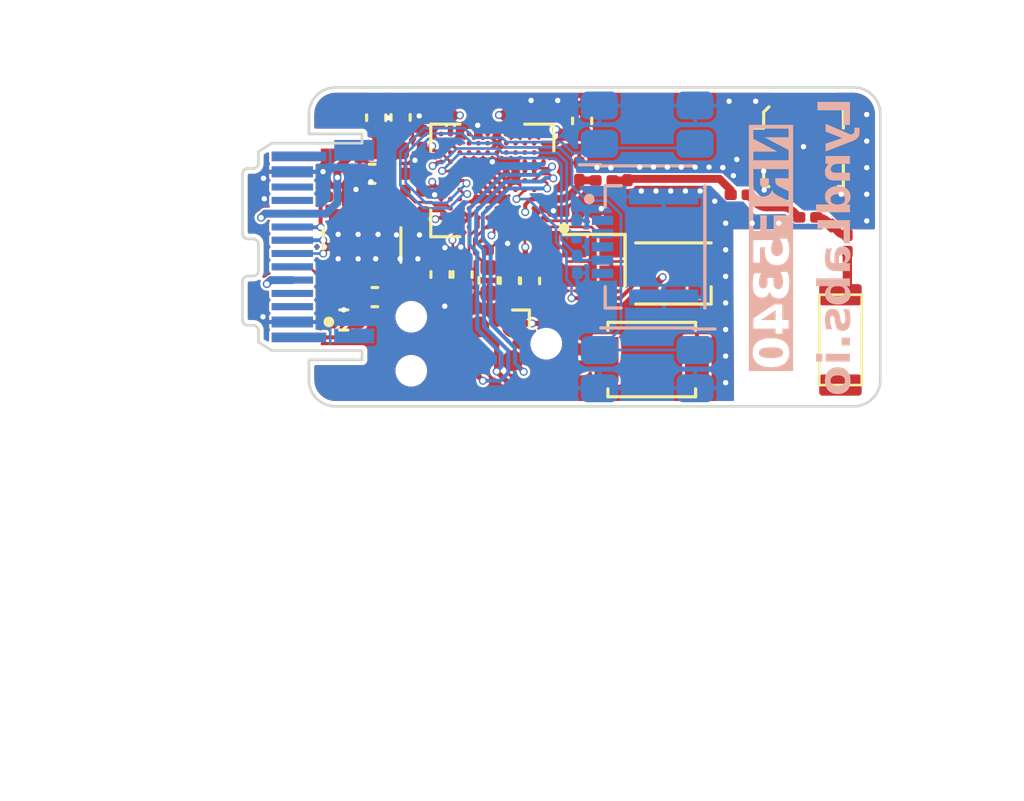
<source format=kicad_pcb>
(kicad_pcb (version 20241229) (generator "pcbnew") (generator_version "9.0")
  (layers (0 "F.Cu" signal) (4 "In1.Cu" signal) (6 "In2.Cu" signal) (2 "B.Cu" signal) (13 "F.Paste" user) (15 "B.Paste" user) (5 "F.SilkS" user "F.Silkscreen") (7 "B.SilkS" user "B.Silkscreen") (1 "F.Mask" user) (3 "B.Mask" user) (25 "Edge.Cuts" user))
  (net 0 "")
  (net 1 "Net-(AE1-A)")
  (net 2 "VDD_NRF")
  (net 3 "GND")
  (net 4 "VBUS")
  (net 5 "Net-(C11-Pad1)")
  (net 6 "Net-(U1B-DECUSB)")
  (net 7 "ANT1")
  (net 8 "DECR")
  (net 9 "XL1")
  (net 10 "XL2")
  (net 11 "Net-(J2-SHIELD)")
  (net 12 "Net-(C25-Pad1)")
  (net 13 "NFC1")
  (net 14 "NFC2")
  (net 15 "Net-(U1B-DECD)")
  (net 16 "Net-(U1B-DECRF)")
  (net 17 "Net-(U1B-DECA)")
  (net 18 "Net-(U1B-DECN)")
  (net 19 "USB_D+")
  (net 20 "USB_D-")
  (net 23 "CC2")
  (net 27 "CC1")
  (net 34 "SWCLK")
  (net 35 "RST")
  (net 37 "SWDIO")
  (net 38 "ANT2")
  (net 41 "LED")
  (net 42 "Net-(U1B-VBUS)")
  (net 43 "Net-(U1A-ANT)")
  (net 44 "VOL-A")
  (net 45 "VOL-B")
  (net 46 "SDA")
  (net 47 "SCL")
  (net 48 "Net-(U1A-XC1)")
  (net 61 "Net-(U1A-XC2)")
  (net 93 "Net-(P1-SHIELD)")
  (net 94 "Net-(C18-Pad1)")
  (footprint "LyndLabs:JAE_DX07P024AJ1R1500" (layer "F.Cu") (at -12 0 -90)
    (property "Reference" "J2" (hide yes))
    (property "Value" "DX07P024AJ1R1500")
  )
  (footprint "Capacitor_SMD:C_0201_0603Metric" (layer "F.Cu") (at 9.27 -1.11 180)
    (property "Reference" "C13" (hide yes))
    (property "Value" "2.2pF")
  )
  (footprint "LED_SMD:LED_WS2812B-2020_PLCC4_2.0x2.0mm" (layer "F.Cu") (at 4.215 1 180)
    (property "Reference" "D2" (hide yes))
    (property "Value" "WS2812B")
  )
  (footprint "Capacitor_SMD:C_0402_1005Metric" (layer "F.Cu") (at -7.12 -2.75 180)
    (property "Reference" "C30" (hide yes))
    (property "Value" "1uF")
  )
  (footprint "Capacitor_SMD:C_0402_1005Metric" (layer "F.Cu") (at 0.78 -4.74 -90)
    (property "Reference" "C9" (hide yes))
    (property "Value" "1uF")
  )
  (footprint "Inductor_SMD:L_0402_1005Metric" (layer "F.Cu") (at -6.515 -3.62)
    (property "Reference" "L5" (hide yes))
    (property "Value" "120R")
  )
  (footprint "Capacitor_SMD:C_0402_1005Metric" (layer "F.Cu") (at -3.72 1.04 -90)
    (property "Reference" "C45" (hide yes))
    (property "Value" "1uF")
  )
  (footprint "Capacitor_SMD:C_0201_0603Metric" (layer "F.Cu") (at -5.87 -2.43 90)
    (property "Reference" "C16" (hide yes))
    (property "Value" "4.7uf")
  )
  (footprint "Package_TO_SOT_SMD:SOT-143" (layer "F.Cu") (at -7.5 -0.07 90)
    (property "Reference" "D1" (hide yes))
    (property "Value" "PRTR5V0U2X")
  )
  (footprint "Crystal:Crystal_SMD_2016-4Pin_2.0x1.6mm" (layer "F.Cu") (at 1.18 0.55 180)
    (property "Reference" "Y1" (hide yes))
    (property "Value" "32MHz")
  )
  (footprint "Capacitor_SMD:C_0402_1005Metric" (layer "F.Cu") (at -2.74 1.26 -90)
    (property "Reference" "C43" (hide yes))
    (property "Value" "1uF")
  )
  (footprint "Capacitor_SMD:C_0201_0603Metric" (layer "F.Cu") (at -2.45 0.12)
    (property "Reference" "C46" (hide yes))
    (property "Value" "100nF")
  )
  (footprint "Capacitor_SMD:C_0201_0603Metric" (layer "F.Cu") (at 10.4 -1.03 45)
    (property "Reference" "C11" (hide yes))
    (property "Value" ".7pF")
  )
  (footprint "Resistor_SMD:R_0201_0603Metric" (layer "F.Cu") (at 6.69 -1.96)
    (property "Reference" "R9" (hide yes))
    (property "Value" "0")
  )
  (footprint "Resistor_SMD:R_0201_0603Metric" (layer "F.Cu") (at -5.52 -1.33 180)
    (property "Reference" "R1" (hide yes))
    (property "Value" "2.2")
  )
  (footprint "Capacitor_SMD:C_0201_0603Metric" (layer "F.Cu") (at 0.95 -1.28)
    (property "Reference" "C44" (hide yes))
    (property "Value" "2.2nF")
  )
  (footprint "Resistor_SMD:R_0201_0603Metric" (layer "F.Cu") (at -8.47 1.89)
    (property "Reference" "R5" (hide yes))
    (property "Value" "5.1K")
  )
  (footprint "Inductor_SMD:L_0201_0603Metric" (layer "F.Cu") (at 1.605 -2.5 180)
    (property "Reference" "L4" (hide yes))
    (property "Value" "2.2nH")
  )
  (footprint "Capacitor_SMD:C_0402_1005Metric" (layer "F.Cu") (at -6.05 -4.87 90)
    (property "Reference" "C27" (hide yes))
    (property "Value" "100nF")
  )
  (footprint "Button_Switch_SMD:SW_SPST_B3U-1000P" (layer "F.Cu") (at 3.4 4.24)
    (property "Reference" "SW3" (hide yes))
    (property "Value" "Reset")
  )
  (footprint "Connector:Tag-Connect_TC2030-IDC-NL_2x03_P1.27mm_Vertical" (layer "F.Cu") (at -3.11 3.646 180)
    (property "Reference" "J3" (hide yes))
    (property "Value" "SWD")
  )
  (footprint "Capacitor_SMD:C_0402_1005Metric" (layer "F.Cu") (at -1.94 1.27 90)
    (property "Reference" "C20" (hide yes))
    (property "Value" "1uF")
  )
  (footprint "Capacitor_SMD:C_0201_0603Metric" (layer "F.Cu") (at -5.26 -2.44 -90)
    (property "Reference" "C6" (hide yes))
    (property "Value" "100nF")
  )
  (footprint "LyndLabs:NRF5340-4x4" (layer "F.Cu") (at -2.6 -2.5 180)
    (property "Reference" "U1" (hide yes))
    (property "Value" "nRF5340-CLXX")
  )
  (footprint "Capacitor_SMD:C_0201_0603Metric" (layer "F.Cu") (at -1.74 -4.96 180)
    (property "Reference" "C1" (hide yes))
    (property "Value" "100nF")
  )
  (footprint "Inductor_SMD:L_0201_0603Metric" (layer "F.Cu") (at 10.76 -0.13 90)
    (property "Reference" "L1" (hide yes))
    (property "Value" "4.7nh")
  )
  (footprint "Resistor_SMD:R_0402_1005Metric" (layer "F.Cu") (at -8.19 2.75 180)
    (property "Reference" "R2" (hide yes))
    (property "Value" "1M0")
  )
  (footprint "Capacitor_SMD:C_0402_1005Metric" (layer "F.Cu") (at -1.179998 1.28 90)
    (property "Reference" "C47" (hide yes))
    (property "Value" "1uF")
  )
  (footprint "Resistor_SMD:R_0201_0603Metric" (layer "F.Cu") (at 0.75 4.18 90)
    (property "Reference" "R3" (hide yes))
    (property "Value" "10K")
  )
  (footprint "Capacitor_SMD:C_0201_0603Metric" (layer "F.Cu") (at -6.91 -2.08 180)
    (property "Reference" "C32" (hide yes))
    (property "Value" "100nF")
  )
  (footprint "Connector_Coaxial:U.FL_Molex_MCRF_73412-0110_Vertical" (layer "F.Cu") (at 9.11 -3.77 -90)
    (property "Reference" "J6" (hide yes))
    (property "Value" "u.fl")
  )
  (footprint "Resistor_SMD:R_0201_0603Metric" (layer "F.Cu") (at 2.485 -2.83 90)
    (property "Reference" "C18" (hide yes))
    (property "Value" "NC")
  )
  (footprint "Capacitor_SMD:C_0201_0603Metric" (layer "F.Cu") (at 0.07 -4.54 -90)
    (property "Reference" "C4" (hide yes))
    (property "Value" "100nF")
  )
  (footprint "Capacitor_SMD:C_0402_1005Metric" (layer "F.Cu") (at -4.55 1.04 90)
    (property "Reference" "C8" (hide yes))
    (property "Value" "1uF")
  )
  (footprint "Capacitor_SMD:C_0201_0603Metric" (layer "F.Cu") (at -5.52 -0.81)
    (property "Reference" "C10" (hide yes))
    (property "Value" "4.7uf")
  )
  (footprint "Capacitor_SMD:C_0402_1005Metric" (layer "F.Cu") (at -7.02 1.89)
    (property "Reference" "C24" (hide yes))
    (property "Value" "4.7nF")
  )
  (footprint "Capacitor_SMD:C_0402_1005Metric" (layer "F.Cu") (at -6.97 -4.86 90)
    (property "Reference" "C25" (hide yes))
    (property "Value" "10nF")
  )
  (footprint "Capacitor_SMD:C_0201_0603Metric" (layer "F.Cu") (at -5.24 -4.05 -90)
    (property "Reference" "C47" (hide yes))
    (property "Value" "1uF")
  )
  (footprint "Capacitor_SMD:C_0201_0603Metric" (layer "F.Cu") (at -0.49 1.47 90)
    (property "Reference" "C3" (hide yes))
    (property "Value" "100nF")
  )
  (footprint "Capacitor_SMD:C_0201_0603Metric" (layer "F.Cu") (at 0.675001 -2.84 90)
    (property "Reference" "C21" (hide yes))
    (property "Value" ".7pF" (hide yes))
  )
  (footprint "Capacitor_SMD:C_0201_0603Metric" (layer "F.Cu") (at -4.47 -4.95)
    (property "Reference" "C2" (hide yes))
    (property "Value" "100nF")
  )
  (footprint "Resistor_SMD:R_0201_0603Metric" (layer "F.Cu") (at -8.5 -1.89)
    (property "Reference" "R4" (hide yes))
    (property "Value" "5.1K")
  )
  (footprint "LyndLabs:2450AT18B100" (layer "F.Cu") (at 10.5 3.5 -90)
    (property "Reference" "AE1" (hide yes))
    (property "Value" "2450AT18B100")
  )
  (footprint "Capacitor_SMD:C_0201_0603Metric" (layer "B.Cu") (at 0.570002 -0.68 90)
    (property "Reference" "C42" (hide yes))
    (property "Value" "300pF")
  )
  (footprint "Capacitor_SMD:C_0201_0603Metric" (layer "B.Cu") (at 0.59 0.66 90)
    (property "Reference" "C41" (hide yes))
    (property "Value" "300pF")
  )
  (footprint "Button_Switch_SMD:SW_SPST_EVQP7A" (layer "B.Cu") (at 3.23 4.6 180)
    (property "Reference" "SW2" (hide yes))
    (property "Value" "SW_Push")
  )
  (footprint "LyndLabs:MOLEX_51281-0594" (layer "B.Cu") (at 1.5475 0 -90)
    (property "Reference" "J1" (hide yes))
    (property "Value" "Molex 51281-0594")
  )
  (footprint "Button_Switch_SMD:SW_SPST_EVQP7A" (layer "B.Cu") (at 3.23 -4.6)
    (property "Reference" "SW1" (hide yes))
    (property "Value" "SW_Push")
  )
  (gr_line (start -9.5 -4.25) (end -9.5 -5.000001) (stroke (width 0.1)) (layer "Edge.Cuts"))
  (gr_line (start 12 5) (end 12 -5) (stroke (width 0.1)) (layer "Edge.Cuts"))
  (gr_line (start -11.4 3.150002) (end -11.4 3.585) (stroke (width 0.1)) (layer "Edge.Cuts"))
  (gr_line (start -10.9 -3.9) (end -11.4 -3.585) (stroke (width 0.1)) (layer "Edge.Cuts"))
  (gr_arc (start -11.4 0.899999) (mid -11.458579 1.041421) (end -11.600001 1.1) (stroke (width 0.1)) (layer "Edge.Cuts"))
  (gr_line (start -11.4 -0.099999) (end -11.4 0.899999) (stroke (width 0.1)) (layer "Edge.Cuts"))
  (gr_arc (start -12 -2.749999) (mid -11.941421 -2.891421) (end -11.799998 -2.95) (stroke (width 0.1)) (layer "Edge.Cuts"))
  (gr_line (start -12 1.300001) (end -12 2.749998) (stroke (width 0.1)) (layer "Edge.Cuts"))
  (gr_arc (start -9.5 -5.000001) (mid -9.207107 -5.707107) (end -8.500001 -6) (stroke (width 0.1)) (layer "Edge.Cuts"))
  (gr_line (start -7.5 3.9) (end -7.5 4.25) (stroke (width 0.1)) (layer "Edge.Cuts"))
  (gr_line (start -12 -2.749999) (end -12 -0.500001) (stroke (width 0.1)) (layer "Edge.Cuts"))
  (gr_arc (start -11.799998 -0.3) (mid -11.941421 -0.358579) (end -12 -0.500001) (stroke (width 0.1)) (layer "Edge.Cuts"))
  (gr_line (start -11.600001 1.1) (end -11.799999 1.1) (stroke (width 0.1)) (layer "Edge.Cuts"))
  (gr_line (start -7.5 -3.9) (end -7.5 -4.25) (stroke (width 0.1)) (layer "Edge.Cuts"))
  (gr_line (start -11.799999 2.95) (end -11.600001 2.95) (stroke (width 0.1)) (layer "Edge.Cuts"))
  (gr_arc (start -8.500001 6) (mid -9.207107 5.707107) (end -9.5 5.000001) (stroke (width 0.1)) (layer "Edge.Cuts"))
  (gr_line (start -10.9 3.9) (end -7.5 3.9) (stroke (width 0.1)) (layer "Edge.Cuts"))
  (gr_line (start -11.600002 -2.95) (end -11.799998 -2.95) (stroke (width 0.1)) (layer "Edge.Cuts"))
  (gr_arc (start 12 5) (mid 11.707107 5.707107) (end 11 6) (stroke (width 0.1)) (layer "Edge.Cuts"))
  (gr_arc (start -11.600001 -0.3) (mid -11.458579 -0.241421) (end -11.4 -0.099999) (stroke (width 0.1)) (layer "Edge.Cuts"))
  (gr_arc (start -12 1.300001) (mid -11.941421 1.158579) (end -11.799999 1.1) (stroke (width 0.1)) (layer "Edge.Cuts"))
  (gr_line (start -8.500001 -6) (end -7.5 -6) (stroke (width 0.1)) (layer "Edge.Cuts"))
  (gr_line (start -7.5 -3.9) (end -10.9 -3.9) (stroke (width 0.1)) (layer "Edge.Cuts"))
  (gr_line (start -7.5 -4.25) (end -9.5 -4.25) (stroke (width 0.1)) (layer "Edge.Cuts"))
  (gr_line (start 11 -6) (end -7.5 -6) (stroke (width 0.1)) (layer "Edge.Cuts"))
  (gr_line (start -11.4 3.585) (end -10.9 3.9) (stroke (width 0.1)) (layer "Edge.Cuts"))
  (gr_arc (start -11.600001 2.95) (mid -11.458579 3.008579) (end -11.4 3.150002) (stroke (width 0.1)) (layer "Edge.Cuts"))
  (gr_line (start -11.4 -3.585) (end -11.4 -3.150001) (stroke (width 0.1)) (layer "Edge.Cuts"))
  (gr_line (start -9.5 4.25) (end -9.5 5.000001) (stroke (width 0.1)) (layer "Edge.Cuts"))
  (gr_arc (start -11.4 -3.150001) (mid -11.458579 -3.008579) (end -11.600002 -2.95) (stroke (width 0.1)) (layer "Edge.Cuts"))
  (gr_line (start -11.799998 -0.3) (end -11.600001 -0.3) (stroke (width 0.1)) (layer "Edge.Cuts"))
  (gr_line (start -7.5 6) (end 11 6) (stroke (width 0.1)) (layer "Edge.Cuts"))
  (gr_line (start -8.500001 6) (end -7.5 6) (stroke (width 0.1)) (layer "Edge.Cuts"))
  (gr_line (start -7.5 4.25) (end -9.5 4.25) (stroke (width 0.1)) (layer "Edge.Cuts"))
  (gr_arc (start 11 -6) (mid 11.707107 -5.707107) (end 12 -5) (stroke (width 0.1)) (layer "Edge.Cuts"))
  (gr_arc (start -11.799999 2.95) (mid -11.941421 2.891421) (end -12 2.749998) (stroke (width 0.1)) (layer "Edge.Cuts"))
  (gr_text "NRF5340" (at 8.01 0 90) (layer "B.SilkS" knockout) (effects (font (size 1.3 1.3) (thickness 0.26) (bold yes)) (justify mirror)))
  (gr_text "LyndLabs.io" (at 10.36 0 90) (layer "B.SilkS") (effects (font (size 1.2 1.2) (thickness 0.25) (bold yes)) (justify mirror)))
  (segment (start 10.76 0.3575) (end 10.76 1.422499) (width 0.35) (layer "F.Cu") (net 1))
  (segment (start -4.595 -3.62) (end -4.175 -3.2) (width 0.1) (layer "F.Cu") (net 2))
  (segment (start -2.534 -0.506) (end -2.67 -0.37) (width 0.1) (layer "F.Cu") (net 2))
  (segment (start -5.12 -2.26) (end -5.26 -2.12) (width 0.1) (layer "F.Cu") (net 2))
  (segment (start -4.102891 -0.252842) (end -4.084737 -0.234688) (width 0.1) (layer "F.Cu") (net 2))
  (segment (start -1.36 0.619998) (end -1.179998 0.8) (width 0.2) (layer "F.Cu") (net 2))
  (segment (start -1.36 0.01) (end -1.36 0.619998) (width 0.2) (layer "F.Cu") (net 2))
  (segment (start -3.93 -0.56) (end -4.102891 -0.387109) (width 0.1) (layer "F.Cu") (net 2))
  (segment (start -1.375 -0.75) (end -1.375 -0.005) (width 0.1) (layer "F.Cu") (net 2))
  (segment (start -4.15 -4.95) (end -3.82 -4.95) (width 0.25) (layer "F.Cu") (net 2))
  (segment (start -0.200757 -4.423328) (end -0.133328 -4.423328) (width 0.2) (layer "F.Cu") (net 2))
  (segment (start -4.860939 -2.447593) (end -4.673346 -2.26) (width 0.1) (layer "F.Cu") (net 2))
  (segment (start -4.525 -1.1) (end -4.684338 -1.1) (width 0.1) (layer "F.Cu") (net 2))
  (segment (start -0.21 -3.9) (end 0.11 -4.22) (width 0.2) (layer "F.Cu") (net 2))
  (segment (start 0.74 -4.22) (end 0.78 -4.26) (width 0.2) (layer "F.Cu") (net 2))
  (segment (start -0.23 2.88) (end 0.75 3.86) (width 0.2) (layer "F.Cu") (net 2))
  (segment (start -0.675 -3.9) (end -0.21 -3.9) (width 0.2) (layer "F.Cu") (net 2))
  (segment (start -1.025 -1.8) (end -1.152279 -1.8) (width 0.15) (layer "F.Cu") (net 2))
  (segment (start -4.175 -4.925) (end -4.15 -4.95) (width 0.2) (layer "F.Cu") (net 2))
  (segment (start -5.13 -3.62) (end -4.595 -3.62) (width 0.1) (layer "F.Cu") (net 2))
  (segment (start -0.49 1.15) (end -0.829998 1.15) (width 0.1) (layer "F.Cu") (net 2))
  (segment (start -1.375 -0.005) (end -1.36 0.01) (width 0.1) (layer "F.Cu") (net 2))
  (segment (start -5.19 -3.68) (end -5.24 -3.73) (width 0.15) (layer "F.Cu") (net 2))
  (segment (start -3.93 -0.995) (end -3.93 -0.56) (width 0.1) (layer "F.Cu") (net 2))
  (segment (start -4.97 -3.68) (end -5.19 -3.68) (width 0.15) (layer "F.Cu") (net 2))
  (segment (start -4.860939 -2.447593) (end -4.932407 -2.447593) (width 0.1) (layer "F.Cu") (net 2))
  (segment (start -3.825 -1.1) (end -3.93 -0.995) (width 0.1) (layer "F.Cu") (net 2))
  (segment (start 3.4 1.55) (end 3.81 1.14) (width 0.3) (layer "F.Cu") (net 2))
  (segment (start -1.36 -1.592279) (end -1.36 -1.31) (width 0.15) (layer "F.Cu") (net 2))
  (segment (start -1.152279 -1.8) (end -1.36 -1.592279) (width 0.15) (layer "F.Cu") (net 2))
  (segment (start -2.075 -4.25) (end -2.075 -4.995) (width 0.2) (layer "F.Cu") (net 2))
  (segment (start -4.86 -3.79) (end -4.97 -3.68) (width 0.15) (layer "F.Cu") (net 2))
  (segment (start -0.829998 1.15) (end -1.179998 0.8) (width 0.1) (layer "F.Cu") (net 2))
  (segment (start -4.673346 -2.26) (end -5.12 -2.26) (width 0.1) (layer "F.Cu") (net 2))
  (segment (start 3.3 1.55) (end 3.4 1.55) (width 0.3) (layer "F.Cu") (net 2))
  (segment (start -4.673346 -2.26) (end -4.285 -2.26) (width 0.1) (layer "F.Cu") (net 2))
  (segment (start -2.775 -1.1) (end -2.534 -0.859) (width 0.1) (layer "F.Cu") (net 2))
  (segment (start -4.084737 0.154679) (end -4.490058 0.56) (width 0.1) (layer "F.Cu") (net 2))
  (segment (start -4.285 -2.26) (end -4.175 -2.15) (width 0.1) (layer "F.Cu") (net 2))
  (segment (start -2.534 -0.859) (end -2.534 -0.506) (width 0.1) (layer "F.Cu") (net 2))
  (segment (start 0.07 -4.22) (end 0.74 -4.22) (width 0.2) (layer "F.Cu") (net 2))
  (segment (start -2.075 -4.995) (end -2.06 -5.01) (width 0.2) (layer "F.Cu") (net 2))
  (segment (start -4.102891 -0.387109) (end -4.102891 -0.252842) (width 0.1) (layer "F.Cu") (net 2))
  (segment (start -0.133328 -4.423328) (end 0.07 -4.22) (width 0.2) (layer "F.Cu") (net 2))
  (segment (start -4.684338 -1.1) (end -4.743338 -1.041) (width 0.1) (layer "F.Cu") (net 2))
  (segment (start -1.84 3.011) (end -1.709 2.88) (width 0.25) (layer "F.Cu") (net 2))
  (segment (start -4.084737 -0.234688) (end -4.084737 0.154679) (width 0.1) (layer "F.Cu") (net 2))
  (segment (start -2.06 -4.96) (end -2.35 -4.96) (width 0.3) (layer "F.Cu") (net 2))
  (segment (start -4.175 -4.25) (end -4.175 -4.925) (width 0.2) (layer "F.Cu") (net 2))
  (segment (start -5.24 -3.73) (end -5.13 -3.62) (width 0.1) (layer "F.Cu") (net 2))
  (segment (start -2.07 -4.95) (end -2.06 -4.96) (width 0.4) (layer "F.Cu") (net 2))
  (segment (start -4.490058 0.56) (end -4.55 0.56) (width 0.1) (layer "F.Cu") (net 2))
  (segment (start -1.1 2.88) (end -0.23 2.88) (width 0.2) (layer "F.Cu") (net 2))
  (segment (start -1.709 2.88) (end -1.1 2.88) (width 0.25) (layer "F.Cu") (net 2))
  (via (at -1.1 2.88) (size 0.3) (drill 0.2) (layers "F.Cu" "B.Cu") (net 2))
  (via (at -2.631 -0.431751) (size 0.3) (drill 0.2) (layers "F.Cu" "B.Cu") (net 2))
  (via (at -4.102891 -0.252842) (size 0.3) (drill 0.2) (layers "F.Cu" "B.Cu") (net 2))
  (via (at -2.35 -4.96) (size 0.3) (drill 0.2) (layers "F.Cu" "B.Cu") (net 2))
  (via (at -4.860939 -2.447593) (size 0.3) (drill 0.2) (layers "F.Cu" "B.Cu") (net 2))
  (via (at -0.200757 -4.423328) (size 0.3) (drill 0.2) (layers "F.Cu" "B.Cu") (net 2))
  (via (at -4.743338 -1.041) (size 0.3) (drill 0.2) (layers "F.Cu" "B.Cu") (net 2))
  (via (at -1.36 0.01) (size 0.3) (drill 0.2) (layers "F.Cu" "B.Cu") (net 2))
  (via (at -1.36 -1.31) (size 0.3) (drill 0.2) (layers "F.Cu" "B.Cu") (net 2))
  (via (at 3.81 1.14) (size 0.3) (drill 0.2) (layers "F.Cu" "B.Cu") (net 2))
  (via (at -4.86 -3.79) (size 0.3) (drill 0.2) (layers "F.Cu" "B.Cu") (net 2))
  (via (at -3.82 -4.95) (size 0.3) (drill 0.2) (layers "F.Cu" "B.Cu") (net 2))
  (segment (start -5.27 -2.75) (end -5.26 -2.76) (width 0.1) (layer "F.Cu") (net 3))
  (segment (start -1.025 -1.1) (end -1.025 -1.45) (width 0.1) (layer "F.Cu") (net 3))
  (segment (start -4.525 -1.8) (end -4.66 -1.935) (width 0.1) (layer "F.Cu") (net 3))
  (segment (start -8.18 -1.89) (end -8 -1.89) (width 0.15) (layer "F.Cu") (net 3))
  (segment (start -5.2 -0.81) (end -5.2 -0.59) (width 0.1) (layer "F.Cu") (net 3))
  (segment (start -5.2 -0.59) (end -5.34 -0.45) (width 0.1) (layer "F.Cu") (net 3))
  (segment (start -2.6 -3.2) (end -2.6 -3.025) (width 0.1) (layer "F.Cu") (net 3))
  (segment (start -2.6 -3.025) (end -2.425 -2.85) (width 0.1) (layer "F.Cu") (net 3))
  (segment (start -8 -1.89) (end -7.73 -2.16) (width 0.15) (layer "F.Cu") (net 3))
  (segment (start -5.87 -2.75) (end -5.27 -2.75) (width 0.1) (layer "F.Cu") (net 3))
  (segment (start -1.025 -1.45) (end -0.985 -1.41) (width 0.2) (layer "F.Cu") (net 3))
  (via (at 6.075714 -2.984868) (size 0.3) (drill 0.2) (layers "F.Cu" "B.Cu") (net 3))
  (via (at 6.18 3.11) (size 0.3) (drill 0.2) (layers "F.Cu" "B.Cu") (net 3))
  (via (at 5.03262 -3) (size 0.3) (drill 0.2) (layers "F.Cu" "B.Cu") (net 3))
  (via (at -6.9 -0.47) (size 0.3) (drill 0.2) (layers "F.Cu" "B.Cu") (net 3))
  (via (at 9.11 -3.77) (size 0.3) (drill 0.2) (layers "F.Cu" "B.Cu") (net 3))
  (via (at 7.31 -5.48) (size 0.3) (drill 0.2) (layers "F.Cu" "B.Cu") (net 3))
  (via (at -6.52 -4.86) (size 0.3) (drill 0.2) (layers "F.Cu" "B.Cu") (net 3))
  (via (at 1.86089 -2.974868) (size 0.3) (drill 0.2) (layers "F.Cu" "B.Cu") (net 3))
  (via (at -0.14 -5.51) (size 0.3) (drill 0.2) (layers "F.Cu" "B.Cu") (net 3))
  (via (at 3.006396 -2.1) (size 0.3) (drill 0.2) (layers "F.Cu" "B.Cu") (net 3))
  (via (at -4.77 -1.96) (size 0.3) (drill 0.2) (layers "F.Cu" "B.Cu") (net 3))
  (via (at -8.4 0.45) (size 0.3) (drill 0.2) (layers "F.Cu" "B.Cu") (net 3))
  (via (at -7.17 -2.45) (size 0.3) (drill 0.2) (layers "F.Cu" "B.Cu") (net 3))
  (via (at 6.18 2.11) (size 0.3) (drill 0.2) (layers "F.Cu" "B.Cu") (net 3))
  (via (at 5.77 -1.72) (size 0.3) (drill 0.2) (layers "F.Cu" "B.Cu") (net 3))
  (via (at 5.220162 -2.1) (size 0.3) (drill 0.2) (layers "F.Cu" "B.Cu") (net 3))
  (via (at -2.6 -3.2) (size 0.3) (drill 0.2) (layers "F.Cu" "B.Cu") (net 3))
  (via (at 6.18 -0.89) (size 0.3) (drill 0.2) (layers "F.Cu" "B.Cu") (net 3))
  (via (at 8.18 -0.89) (size 0.3) (drill 0.2) (layers "F.Cu" "B.Cu") (net 3))
  (via (at 6.18 1.11) (size 0.3) (drill 0.2) (layers "F.Cu" "B.Cu") (net 3))
  (via (at -8.4 -0.47) (size 0.3) (drill 0.2) (layers "F.Cu" "B.Cu") (net 3))
  (via (at 6.18 5.11) (size 0.3) (drill 0.2) (layers "F.Cu" "B.Cu") (net 3))
  (via (at -3.784737 0.006133) (size 0.3) (drill 0.2) (layers "F.Cu" "B.Cu") (net 3))
  (via (at -6.07 0.45) (size 0.3) (drill 0.2) (layers "F.Cu" "B.Cu") (net 3))
  (via (at 11.49 -2.98) (size 0.3) (drill 0.2) (layers "F.Cu" "B.Cu") (net 3))
  (via (at -6.206986 -0.449991) (size 0.3) (drill 0.2) (layers "F.Cu" "B.Cu") (net 3))
  (via (at 11.49 -1.98) (size 0.3) (drill 0.2) (layers "F.Cu" "B.Cu") (net 3))
  (via (at -2.025 -0.13) (size 0.3) (drill 0.2) (layers "F.Cu" "B.Cu") (net 3))
  (via (at -11.21 -2.58) (size 0.3) (drill 0.2) (layers "F.Cu" "B.Cu") (net 3))
  (via (at 11.49 -4.98) (size 0.3) (drill 0.2) (layers "F.Cu" "B.Cu") (net 3))
  (via (at -1.14 -5.51) (size 0.3) (drill 0.2) (layers "F.Cu" "B.Cu") (net 3))
  (via (at -11.23 2.63) (size 0.3) (drill 0.2) (layers "F.Cu" "B.Cu") (net 3))
  (via (at 6.075715 -2.984868) (size 0.3) (drill 0.2) (layers "F.Cu" "B.Cu") (net 3))
  (via (at -7.65 -0.47) (size 0.3) (drill 0.2) (layers "F.Cu" "B.Cu") (net 3))
  (via (at 6.18 4.11) (size 0.3) (drill 0.2) (layers "F.Cu" "B.Cu") (net 3))
  (via (at 6.18 0.11) (size 0.3) (drill 0.2) (layers "F.Cu" "B.Cu") (net 3))
  (via (at -5.34 -0.45) (size 0.3) (drill 0.2) (layers "F.Cu" "B.Cu") (net 3))
  (via (at 2.9438 -3) (size 0.3) (drill 0.2) (layers "F.Cu" "B.Cu") (net 3))
  (via (at 11.49 -0.98) (size 0.3) (drill 0.2) (layers "F.Cu" "B.Cu") (net 3))
  (via (at -7.73 -2.16) (size 0.3) (drill 0.2) (layers "F.Cu" "B.Cu") (net 3))
  (via (at 1.5 -1.44) (size 0.3) (drill 0.2) (layers "F.Cu" "B.Cu") (net 3))
  (via (at 4.510415 -3) (size 0.3) (drill 0.2) (layers "F.Cu" "B.Cu") (net 3))
  (via (at -3.15 -4.575) (size 0.3) (drill 0.2) (layers "F.Cu" "B.Cu") (net 3))
  (via (at -5.4 0.45) (size 0.3) (drill 0.2) (layers "F.Cu" "B.Cu") (net 3))
  (via (at 7.63 -2.14) (size 0.3) (drill 0.2) (layers "F.Cu" "B.Cu") (net 3))
  (via (at 5.554824 -3) (size 0.3) (drill 0.2) (layers "F.Cu" "B.Cu") (net 3))
  (via (at 6.31 -5.48) (size 0.3) (drill 0.2) (layers "F.Cu" "B.Cu") (net 3))
  (via (at -5.51 -3.26) (size 0.3) (drill 0.2) (layers "F.Cu" "B.Cu") (net 3))
  (via (at -0.3 -1.36) (size 0.3) (drill 0.2) (layers "F.Cu" "B.Cu") (net 3))
  (via (at 1.34 -2.99) (size 0.3) (drill 0.2) (layers "F.Cu" "B.Cu") (net 3))
  (via (at 11.49 -3.98) (size 0.3) (drill 0.2) (layers "F.Cu" "B.Cu") (net 3))
  (via (at 3.98821 -3) (size 0.3) (drill 0.2) (layers "F.Cu" "B.Cu") (net 3))
  (via (at 10.53 -1.98) (size 0.3) (drill 0.2) (layers "F.Cu" "B.Cu") (net 3))
  (via (at -4.385737 0.03) (size 0.3) (drill 0.2) (layers "F.Cu" "B.Cu") (net 3))
  (via (at 4.113279 -2.1) (size 0.3) (drill 0.2) (layers "F.Cu" "B.Cu") (net 3))
  (via (at -8.19 2.37) (size 0.3) (drill 0.2) (layers "F.Cu" "B.Cu") (net 3))
  (via (at 4.66672 -2.1) (size 0.3) (drill 0.2) (layers "F.Cu" "B.Cu") (net 3))
  (via (at -4.39 2.23) (size 0.3) (drill 0.2) (layers "F.Cu" "B.Cu") (net 3))
  (via (at -7.65 0.45) (size 0.3) (drill 0.2) (layers "F.Cu" "B.Cu") (net 3))
  (via (at -8.97 -2.83) (size 0.3) (drill 0.2) (layers "F.Cu" "B.Cu") (net 3))
  (via (at -11.18 -1.81) (size 0.3) (drill 0.2) (layers "F.Cu" "B.Cu") (net 3))
  (via (at 6.47 -2.68) (size 0.3) (drill 0.2) (layers "F.Cu" "B.Cu") (net 3))
  (via (at 3.559837 -2.1) (size 0.3) (drill 0.2) (layers "F.Cu" "B.Cu") (net 3))
  (via (at -5.35 -4.93) (size 0.3) (drill 0.2) (layers "F.Cu" "B.Cu") (net 3))
  (via (at 7.18 -0.89) (size 0.3) (drill 0.2) (layers "F.Cu" "B.Cu") (net 3))
  (via (at -6.99 0.45) (size 0.3) (drill 0.2) (layers "F.Cu" "B.Cu") (net 3))
  (via (at 3.466005 -3) (size 0.3) (drill 0.2) (layers "F.Cu" "B.Cu") (net 3))
  (via (at 7.61 -2.85) (size 0.3) (drill 0.2) (layers "F.Cu" "B.Cu") (net 3))
  (via (at 6.6 -3.29) (size 0.3) (drill 0.2) (layers "F.Cu" "B.Cu") (net 3))
  (segment (start -6.086 -1.646) (end -6.54 -1.646) (width 0.25) (layer "F.Cu") (net 4))
  (segment (start -6.05 -4.39) (end -6.05 -3.64) (width 0.3) (layer "F.Cu") (net 4))
  (segment (start -6.34 -1.846) (end -6.14 -1.646) (width 0.25) (layer "F.Cu") (net 4))
  (segment (start -6.54 -1.646) (end -6.894 -1.646) (width 0.25) (layer "F.Cu") (net 4))
  (segment (start -6.14 -1.646) (end -6.086 -1.646) (width 0.25) (layer "F.Cu") (net 4))
  (segment (start -7.47 -1.07) (end -8.45 -1.07) (width 0.25) (layer "F.Cu") (net 4))
  (segment (start -6.34 -3.31) (end -6.34 -1.846) (width 0.25) (layer "F.Cu") (net 4))
  (segment (start -6.05 -3.64) (end -6.029999 -3.620001) (width 0.3) (layer "F.Cu") (net 4))
  (segment (start -5.77 -1.33) (end -5.77 -0.81) (width 0.25) (layer "F.Cu") (net 4))
  (segment (start -6.03 -3.62) (end -6.34 -3.31) (width 0.25) (layer "F.Cu") (net 4))
  (segment (start -6.894 -1.646) (end -7.47 -1.07) (width 0.25) (layer "F.Cu") (net 4))
  (segment (start -5.77 -1.33) (end -6.086 -1.646) (width 0.25) (layer "F.Cu") (net 4))
  (segment (start 10.044228 -0.933223) (end 10.173726 -0.803726) (width 0.3) (layer "F.Cu") (net 5))
  (segment (start 10.677452 -0.45) (end 10.76 -0.45) (width 0.3) (layer "F.Cu") (net 5))
  (segment (start 10.421385 -0.556066) (end 10.173726 -0.803726) (width 0.3) (layer "F.Cu") (net 5))
  (segment (start 9.617452 -1.11) (end 9.59 -1.11) (width 0.3) (layer "F.Cu") (net 5))
  (arc (start 9.617452 -1.11) (mid 9.848421 -1.064056) (end 10.044227 -0.933222) (width 0.3) (layer "F.Cu") (net 5))
  (arc (start 10.677452 -0.45) (mid 10.538869 -0.477565) (end 10.421384 -0.556065) (width 0.3) (layer "F.Cu") (net 5))
  (segment (start -4.881 -1.681) (end -5.501 -1.681) (width 0.1) (layer "F.Cu") (net 6))
  (segment (start -4.284 -1.559) (end -4.759 -1.559) (width 0.1) (layer "F.Cu") (net 6))
  (segment (start -5.501 -1.681) (end -5.98 -2.16) (width 0.1) (layer "F.Cu") (net 6))
  (segment (start -4.759 -1.559) (end -4.881 -1.681) (width 0.1) (layer "F.Cu") (net 6))
  (segment (start -4.175 -1.45) (end -4.284 -1.559) (width 0.1) (layer "F.Cu") (net 6))
  (segment (start 8.321001 -1.488999) (end 7.731001 -1.488999) (width 0.3) (layer "F.Cu") (net 7))
  (segment (start 7.304224 -1.665775) (end 7.01 -1.96) (width 0.3) (layer "F.Cu") (net 7))
  (segment (start 8.747777 -1.312222) (end 8.95 -1.11) (width 0.3) (layer "F.Cu") (net 7))
  (arc (start 7.304224 -1.665775) (mid 7.50003 -1.534941) (end 7.731001 -1.488998) (width 0.3) (layer "F.Cu") (net 7))
  (arc (start 8.321001 -1.488999) (mid 8.55197 -1.443055) (end 8.747776 -1.312221) (width 0.3) (layer "F.Cu") (net 7))
  (segment (start -1.67 -1.045) (end -1.67 0.52) (width 0.1) (layer "F.Cu") (net 8))
  (segment (start -1.725 -1.1) (end -1.67 -1.045) (width 0.1) (layer "F.Cu") (net 8))
  (segment (start -1.67 0.52) (end -1.94 0.79) (width 0.1) (layer "F.Cu") (net 8))
  (segment (start -7.354611 -3.549) (end -7.821 -3.549) (width 0.3) (layer "F.Cu") (net 12))
  (segment (start -8.43 -2.94) (end -8.43 -2.61) (width 0.3) (layer "F.Cu") (net 12))
  (segment (start -10.94 1.25) (end -11.085 1.395) (width 0.2) (layer "F.Cu") (net 12))
  (segment (start -6.97 -3.65) (end -7 -3.62) (width 0.3) (layer "F.Cu") (net 12))
  (segment (start -7 -3.62) (end -7.283611 -3.62) (width 0.3) (layer "F.Cu") (net 12))
  (segment (start -10.125 -1.25) (end -11.15 -1.25) (width 0.25) (layer "F.Cu") (net 12))
  (segment (start -7.283611 -3.62) (end -7.354611 -3.549) (width 0.3) (layer "F.Cu") (net 12))
  (segment (start -7.821 -3.549) (end -8.43 -2.94) (width 0.3) (layer "F.Cu") (net 12))
  (segment (start -10.125 1.25) (end -10.94 1.25) (width 0.2) (layer "F.Cu") (net 12))
  (segment (start -6.97 -4.38) (end -6.97 -3.65) (width 0.3) (layer "F.Cu") (net 12))
  (segment (start -11.15 -1.25) (end -11.3 -1.1) (width 0.25) (layer "F.Cu") (net 12))
  (via (at -8.43 -2.61) (size 0.3) (drill 0.2) (layers "F.Cu" "B.Cu") (net 12))
  (via (at -11.3 -1.1) (size 0.3) (drill 0.2) (layers "F.Cu" "B.Cu") (net 12))
  (via (at -11.085 1.395) (size 0.3) (drill 0.2) (layers "F.Cu" "B.Cu") (net 12))
  (segment (start -11.085 1.395) (end -10.94 1.25) (width 0.3) (layer "B.Cu") (net 12))
  (segment (start -10.94 1.25) (end -10.125 1.25) (width 0.3) (layer "B.Cu") (net 12))
  (segment (start -8.43 -2.61) (end -8.43 -1.67) (width 0.3) (layer "B.Cu") (net 12))
  (segment (start -8.43 -1.67) (end -8.85 -1.25) (width 0.3) (layer "B.Cu") (net 12))
  (segment (start -11.3 -1.1) (end -11.15 -1.25) (width 0.3) (layer "B.Cu") (net 12))
  (segment (start -11.15 -1.25) (end -10.125 -1.25) (width 0.3) (layer "B.Cu") (net 12))
  (segment (start -8.85 -1.25) (end -10.125 -1.25) (width 0.3) (layer "B.Cu") (net 12))
  (segment (start -4.477947 -2.85) (end -4.489774 -2.861827) (width 0.1) (layer "F.Cu") (net 13))
  (segment (start -4.175 -2.85) (end -4.477947 -2.85) (width 0.1) (layer "F.Cu") (net 13))
  (via (at -4.489774 -2.861827) (size 0.3) (drill 0.2) (layers "F.Cu" "B.Cu") (net 13))
  (segment (start -0.24 -3.34) (end 0 -3.1) (width 0.1) (layer "B.Cu") (net 13))
  (segment (start -4.489774 -2.861827) (end -3.850601 -3.501) (width 0.1) (layer "B.Cu") (net 13))
  (segment (start -2.314321 -3.34) (end -0.24 -3.34) (width 0.1) (layer "B.Cu") (net 13))
  (segment (start 1.5475 0.499999) (end 0.739999 0.499999) (width 0.1) (layer "B.Cu") (net 13))
  (segment (start 0 -3.1) (end 0 -0.26) (width 0.1) (layer "B.Cu") (net 13))
  (segment (start 0.59 0.33) (end 0.59 0.34) (width 0.1) (layer "B.Cu") (net 13))
  (segment (start -2.475321 -3.501) (end -2.314321 -3.34) (width 0.1) (layer "B.Cu") (net 13))
  (segment (start -3.850601 -3.501) (end -2.475321 -3.501) (width 0.1) (layer "B.Cu") (net 13))
  (segment (start 0 -0.26) (end 0.59 0.33) (width 0.1) (layer "B.Cu") (net 13))
  (segment (start 0.739999 0.499999) (end 0.58 0.34) (width 0.1) (layer "B.Cu") (net 13))
  (segment (start -4.824007 -3.045993) (end -4.67 -3.2) (width 0.1) (layer "F.Cu") (net 14))
  (segment (start -4.67 -3.2) (end -4.525 -3.2) (width 0.1) (layer "F.Cu") (net 14))
  (segment (start -4.844856 -3.045993) (end -4.824007 -3.045993) (width 0.1) (layer "F.Cu") (net 14))
  (via (at -4.844856 -3.045993) (size 0.3) (drill 0.2) (layers "F.Cu" "B.Cu") (net 14))
  (segment (start -3.933857 -3.702) (end -2.392064 -3.702) (width 0.1) (layer "B.Cu") (net 14))
  (segment (start 0.201 -3.183257) (end 0.201 -0.729002) (width 0.1) (layer "B.Cu") (net 14))
  (segment (start 1.5475 -0.499999) (end 0.699999 -0.499999) (width 0.1) (layer "B.Cu") (net 14))
  (segment (start 0.699999 -0.499999) (end 0.56 -0.36) (width 0.1) (layer "B.Cu") (net 14))
  (segment (start -4.844856 -3.045993) (end -4.731287 -3.045993) (width 0.1) (layer "B.Cu") (net 14))
  (segment (start -2.392064 -3.702) (end -2.231065 -3.541) (width 0.1) (layer "B.Cu") (net 14))
  (segment (start -0.156744 -3.541) (end 0.201 -3.183257) (width 0.1) (layer "B.Cu") (net 14))
  (segment (start -4.731287 -3.045993) (end -4.614453 -3.162827) (width 0.1) (layer "B.Cu") (net 14))
  (segment (start -4.614453 -3.162827) (end -4.47303 -3.162827) (width 0.1) (layer "B.Cu") (net 14))
  (segment (start -4.47303 -3.162827) (end -3.933857 -3.702) (width 0.1) (layer "B.Cu") (net 14))
  (segment (start 0.201 -0.729002) (end 0.570002 -0.36) (width 0.1) (layer "B.Cu") (net 14))
  (segment (start -2.231065 -3.541) (end -0.156744 -3.541) (width 0.1) (layer "B.Cu") (net 14))
  (segment (start -3.279 0.241) (end -2.74 0.78) (width 0.1) (layer "F.Cu") (net 15))
  (segment (start -3.279 -0.301) (end -3.279 0.241) (width 0.1) (layer "F.Cu") (net 15))
  (segment (start -2.83 -0.75) (end -3.279 -0.301) (width 0.1) (layer "F.Cu") (net 15))
  (segment (start -2.775 -0.75) (end -2.83 -0.75) (width 0.1) (layer "F.Cu") (net 15))
  (segment (start -0.675 -1.1) (end -0.555 -0.98) (width 0.1) (layer "F.Cu") (net 16))
  (segment (start -0.555 -0.98) (end 0.33 -0.98) (width 0.1) (layer "F.Cu") (net 16))
  (segment (start 0.33 -0.98) (end 0.63 -1.28) (width 0.1) (layer "F.Cu") (net 16))
  (segment (start -3.125001 -1.1) (end -3.125001 -0.744999) (width 0.1) (layer "F.Cu") (net 17))
  (segment (start -3.125001 -0.744999) (end -3.48 -0.39) (width 0.1) (layer "F.Cu") (net 17))
  (segment (start -3.48 -0.39) (end -3.48 0.32) (width 0.1) (layer "F.Cu") (net 17))
  (segment (start -3.48 0.32) (end -3.72 0.56) (width 0.1) (layer "F.Cu") (net 17))
  (segment (start -2.72 0.12) (end -2.33 -0.27) (width 0.1) (layer "F.Cu") (net 18))
  (segment (start -2.33 -0.27) (end -2.33 -0.844999) (width 0.1) (layer "F.Cu") (net 18))
  (segment (start -2.77 0.12) (end -2.72 0.12) (width 0.1) (layer "F.Cu") (net 18))
  (segment (start -2.33 -0.844999) (end -2.074999 -1.1) (width 0.1) (layer "F.Cu") (net 18))
  (segment (start -8.812499 -0.1) (end -7.3 -0.1) (width 0.1) (layer "F.Cu") (net 19))
  (segment (start -7.3 -0.1) (end -6.55 -0.1) (width 0.1) (layer "F.Cu") (net 19))
  (segment (start -8.962499 -0.25) (end -8.812499 -0.1) (width 0.1) (layer "F.Cu") (net 19))
  (segment (start -4.525 -0.555) (end -4.525 -0.750001) (width 0.1) (layer "F.Cu") (net 19))
  (segment (start -6.55 -1.07) (end -6.55 -0.1) (width 0.1) (layer "F.Cu") (net 19))
  (segment (start -6.55 -0.1) (end -4.98 -0.1) (width 0.1) (layer "F.Cu") (net 19))
  (segment (start -4.98 -0.1) (end -4.525 -0.555) (width 0.1) (layer "F.Cu") (net 19))
  (via (at -8.962499 -0.25) (size 0.3) (drill 0.2) (layers "F.Cu" "B.Cu") (net 19))
  (segment (start -10.125 -0.25) (end -8.962499 -0.25) (width 0.15) (layer "B.Cu") (net 19))
  (segment (start -8.812499 0.1) (end -7.3 0.1) (width 0.1) (layer "F.Cu") (net 20))
  (segment (start -6.55 0.93) (end -6.55 0.1) (width 0.1) (layer "F.Cu") (net 20))
  (segment (start -8.962499 0.25) (end -8.812499 0.1) (width 0.1) (layer "F.Cu") (net 20))
  (segment (start -4.175 -0.605) (end -4.175 -0.75) (width 0.1) (layer "F.Cu") (net 20))
  (segment (start -6.55 0.1) (end -4.88 0.1) (width 0.1) (layer "F.Cu") (net 20))
  (segment (start -7.3 0.1) (end -6.55 0.1) (width 0.1) (layer "F.Cu") (net 20))
  (segment (start -4.88 0.1) (end -4.175 -0.605) (width 0.1) (layer "F.Cu") (net 20))
  (via (at -8.962499 0.25) (size 0.3) (drill 0.2) (layers "F.Cu" "B.Cu") (net 20))
  (segment (start -8.962499 0.25) (end -10.125 0.25) (width 0.1) (layer "B.Cu") (net 20))
  (segment (start -9.06 -1.65) (end -9.06 -0.74) (width 0.15) (layer "F.Cu") (net 23))
  (segment (start -8.82 -1.89) (end -9.06 -1.65) (width 0.15) (layer "F.Cu") (net 23))
  (via (at -9.06 -0.74) (size 0.3) (drill 0.2) (layers "F.Cu" "B.Cu") (net 23))
  (segment (start -10.115 -0.74) (end -10.125 -0.75) (width 0.15) (layer "B.Cu") (net 23))
  (segment (start -9.06 -0.74) (end -10.115 -0.74) (width 0.15) (layer "B.Cu") (net 23))
  (segment (start -8.79 1.44) (end -8.79 1.89) (width 0.1) (layer "F.Cu") (net 27))
  (segment (start -10.125 0.75) (end -9.48 0.75) (width 0.1) (layer "F.Cu") (net 27))
  (segment (start -9.48 0.75) (end -8.79 1.44) (width 0.1) (layer "F.Cu") (net 27))
  (segment (start -0.308116 -2.62) (end -0.338 -2.62) (width 0.1) (layer "F.Cu") (net 34))
  (segment (start -0.306107 -2.578929) (end -0.306107 -2.617991) (width 0.1) (layer "F.Cu") (net 34))
  (segment (start -0.306107 -2.617991) (end -0.308116 -2.62) (width 0.1) (layer "F.Cu") (net 34))
  (segment (start -0.784 -2.741) (end -1.025 -2.5) (width 0.1) (layer "F.Cu") (net 34))
  (segment (start -0.338 -2.62) (end -0.459 -2.741) (width 0.1) (layer "F.Cu") (net 34))
  (segment (start -3.11 4.88) (end -2.954 5.036) (width 0.2) (layer "F.Cu") (net 34))
  (segment (start -3.11 4.281) (end -3.11 4.88) (width 0.2) (layer "F.Cu") (net 34))
  (segment (start -0.459 -2.741) (end -0.784 -2.741) (width 0.1) (layer "F.Cu") (net 34))
  (via (at -0.306107 -2.578929) (size 0.3) (drill 0.2) (layers "F.Cu" "B.Cu") (net 34))
  (via (at -2.954 5.036) (size 0.3) (drill 0.2) (layers "F.Cu" "B.Cu") (net 34))
  (segment (start -2.913516 2.986484) (end -2.852 3.048) (width 0.15) (layer "B.Cu") (net 34))
  (segment (start -0.73 -2.46) (end -2.09 -2.46) (width 0.15) (layer "B.Cu") (net 34))
  (segment (start -2.09 -2.46) (end -3.207 -1.343) (width 0.15) (layer "B.Cu") (net 34))
  (segment (start -3.207 -0.182032) (end -2.913516 0.111452) (width 0.15) (layer "B.Cu") (net 34))
  (segment (start -2.296 5.036) (end -2.954 5.036) (width 0.15) (layer "B.Cu") (net 34))
  (segment (start -0.32142 -2.594242) (end -0.595758 -2.594242) (width 0.15) (layer "B.Cu") (net 34))
  (segment (start -2 3.904968) (end -2 4.74) (width 0.15) (layer "B.Cu") (net 34))
  (segment (start -0.306107 -2.578929) (end -0.32142 -2.594242) (width 0.15) (layer "B.Cu") (net 34))
  (segment (start -2.913516 0.111452) (end -2.913516 2.986484) (width 0.15) (layer "B.Cu") (net 34))
  (segment (start -2.852 3.052968) (end -2 3.904968) (width 0.15) (layer "B.Cu") (net 34))
  (segment (start -2 4.74) (end -2.296 5.036) (width 0.15) (layer "B.Cu") (net 34))
  (segment (start -2.852 3.048) (end -2.852 3.052968) (width 0.15) (layer "B.Cu") (net 34))
  (segment (start -0.595758 -2.594242) (end -0.73 -2.46) (width 0.15) (layer "B.Cu") (net 34))
  (segment (start -3.207 -1.343) (end -3.207 -0.182032) (width 0.15) (layer "B.Cu") (net 34))
  (segment (start 0.75 4.5) (end 1.44 4.5) (width 0.2) (layer "F.Cu") (net 35))
  (segment (start -2.435 4.685) (end -1.91 5.21) (width 0.2) (layer "F.Cu") (net 35))
  (segment (start -2.435 4.685) (end -2.435 3.686) (width 0.2) (layer "F.Cu") (net 35))
  (segment (start -2.435 3.686) (end -3.11 3.011) (width 0.2) (layer "F.Cu") (net 35))
  (segment (start -0.353273 -3.021752) (end -0.415025 -2.96) (width 0.1) (layer "F.Cu") (net 35))
  (segment (start -0.915 -2.96) (end -1.025 -2.85) (width 0.1) (layer "F.Cu") (net 35))
  (segment (start 0.04 5.21) (end 0.75 4.5) (width 0.2) (layer "F.Cu") (net 35))
  (segment (start -1.91 5.21) (end 0.04 5.21) (width 0.2) (layer "F.Cu") (net 35))
  (segment (start -0.415025 -2.96) (end -0.915 -2.96) (width 0.1) (layer "F.Cu") (net 35))
  (segment (start 1.44 4.5) (end 1.7 4.24) (width 0.2) (layer "F.Cu") (net 35))
  (via (at -0.353273 -3.021752) (size 0.3) (drill 0.2) (layers "F.Cu" "B.Cu") (net 35))
  (via (at -2.435 4.685) (size 0.3) (drill 0.2) (layers "F.Cu" "B.Cu") (net 35))
  (segment (start -3.164516 0.21542) (end -3.458 -0.078064) (width 0.15) (layer "B.Cu") (net 35))
  (segment (start -3.103 3.151968) (end -3.164516 3.090452) (width 0.15) (layer "B.Cu") (net 35))
  (segment (start -0.699726 -2.845242) (end -0.500828 -2.845242) (width 0.15) (layer "B.Cu") (net 35))
  (segment (start -2.251 4.029) (end -3 3.28) (width 0.15) (layer "B.Cu") (net 35))
  (segment (start -0.432705 -2.904929) (end -0.417392 -2.920242) (width 0.15) (layer "B.Cu") (net 35))
  (segment (start -2.251 4.501) (end -2.251 4.029) (width 0.15) (layer "B.Cu") (net 35))
  (segment (start -0.441141 -2.904929) (end -0.432705 -2.904929) (width 0.15) (layer "B.Cu") (net 35))
  (segment (start -3 3.28) (end -3 3.259936) (width 0.15) (layer "B.Cu") (net 35))
  (segment (start -0.833968 -2.711) (end -0.699726 -2.845242) (width 0.15) (layer "B.Cu") (net 35))
  (segment (start -0.417392 -2.957633) (end -0.353273 -3.021752) (width 0.15) (layer "B.Cu") (net 35))
  (segment (start -3.458 -0.078064) (end -3.458 -1.446968) (width 0.15) (layer "B.Cu") (net 35))
  (segment (start -3.164516 3.090452) (end -3.164516 0.21542) (width 0.15) (layer "B.Cu") (net 35))
  (segment (start -3.458 -1.446968) (end -2.193968 -2.711) (width 0.15) (layer "B.Cu") (net 35))
  (segment (start -3 3.259936) (end -3.103 3.156936) (width 0.15) (layer "B.Cu") (net 35))
  (segment (start -0.417392 -2.920242) (end -0.417392 -2.957633) (width 0.15) (layer "B.Cu") (net 35))
  (segment (start -3.103 3.156936) (end -3.103 3.151968) (width 0.15) (layer "B.Cu") (net 35))
  (segment (start -0.500828 -2.845242) (end -0.441141 -2.904929) (width 0.15) (layer "B.Cu") (net 35))
  (segment (start -2.193968 -2.711) (end -0.833968 -2.711) (width 0.15) (layer "B.Cu") (net 35))
  (segment (start -2.435 4.685) (end -2.251 4.501) (width 0.15) (layer "B.Cu") (net 35))
  (segment (start -0.65 -2.5) (end -0.674999 -2.5) (width 0.1) (layer "F.Cu") (net 37))
  (segment (start -1.84 4.281) (end -1.421 4.7) (width 0.2) (layer "F.Cu") (net 37))
  (segment (start -0.535001 -2.385001) (end -0.65 -2.5) (width 0.1) (layer "F.Cu") (net 37))
  (segment (start -0.535001 -2.2) (end -0.535001 -2.385001) (width 0.1) (layer "F.Cu") (net 37))
  (segment (start -1.421 4.7) (end -1.42 4.7) (width 0.2) (layer "F.Cu") (net 37))
  (via (at -1.42 4.7) (size 0.3) (drill 0.2) (layers "F.Cu" "B.Cu") (net 37))
  (via (at -0.535001 -2.2) (size 0.3) (drill 0.2) (layers "F.Cu" "B.Cu") (net 37))
  (segment (start -2.601 2.944032) (end -2.601 2.949) (width 0.15) (layer "B.Cu") (net 37))
  (segment (start -2.956 -1.239032) (end -2.956 -0.286) (width 0.15) (layer "B.Cu") (net 37))
  (segment (start -2.662516 2.882516) (end -2.601 2.944032) (width 0.15) (layer "B.Cu") (net 37))
  (segment (start -0.535001 -2.2) (end -1.99 -2.2) (width 0.15) (layer "B.Cu") (net 37))
  (segment (start -2.601 2.949) (end -1.749 3.801) (width 0.15) (layer "B.Cu") (net 37))
  (segment (start -1.749 4.371) (end -1.42 4.7) (width 0.15) (layer "B.Cu") (net 37))
  (segment (start -2.662516 0.007484) (end -2.662516 2.882516) (width 0.15) (layer "B.Cu") (net 37))
  (segment (start -1.749 3.801) (end -1.749 4.371) (width 0.15) (layer "B.Cu") (net 37))
  (segment (start -2.950968 -1.239032) (end -1.99 -2.2) (width 0.15) (layer "B.Cu") (net 37))
  (segment (start -2.956 -0.286) (end -2.662516 0.007484) (width 0.15) (layer "B.Cu") (net 37))
  (segment (start -2.956 -1.239032) (end -2.950968 -1.239032) (width 0.15) (layer "B.Cu") (net 37))
  (segment (start 7.186776 -3.316776) (end 7.61 -3.74) (width 0.3) (layer "F.Cu") (net 38))
  (segment (start 7.01 -2.89) (end 7.01 -2.6) (width 0.3) (layer "F.Cu") (net 38))
  (arc (start 7.01 -2.89) (mid 7.055942 -3.120968) (end 7.186776 -3.316775) (width 0.3) (layer "F.Cu") (net 38))
  (segment (start 2.65 1.5) (end 2.21 1.94) (width 0.15) (layer "F.Cu") (net 41))
  (segment (start -1.69 -1.8) (end -1.69 -1.835) (width 0.1) (layer "F.Cu") (net 41))
  (segment (start 2.65 1.1) (end 2.65 1.5) (width 0.15) (layer "F.Cu") (net 41))
  (segment (start -1.69 -1.835) (end -1.375 -2.15) (width 0.1) (layer "F.Cu") (net 41))
  (segment (start 3.3 0.45) (end 2.65 1.1) (width 0.15) (layer "F.Cu") (net 41))
  (segment (start 2.21 1.94) (end 2.2 1.93) (width 0.15) (layer "F.Cu") (net 41))
  (segment (start 2.2 1.93) (end 0.38 1.93) (width 0.15) (layer "F.Cu") (net 41))
  (via (at 0.38 1.93) (size 0.3) (drill 0.2) (layers "F.Cu" "B.Cu") (net 41))
  (via (at -1.69 -1.8) (size 0.3) (drill 0.2) (layers "F.Cu" "B.Cu") (net 41))
  (segment (start -0.201 -0.751) (end -0.201 -0.176743) (width 0.1) (layer "B.Cu") (net 41))
  (segment (start 0.19 0.214256) (end 0.19 1.23) (width 0.1) (layer "B.Cu") (net 41))
  (segment (start 0.38 1.42) (end 0.38 1.93) (width 0.1) (layer "B.Cu") (net 41))
  (segment (start -0.201 -0.176743) (end 0.19 0.214256) (width 0.1) (layer "B.Cu") (net 41))
  (segment (start 0.19 1.23) (end 0.38 1.42) (width 0.1) (layer "B.Cu") (net 41))
  (segment (start -1.69 -1.8) (end -1.25 -1.8) (width 0.1) (layer "B.Cu") (net 41))
  (segment (start -1.25 -1.8) (end -0.201 -0.751) (width 0.1) (layer "B.Cu") (net 41))
  (segment (start -5.2 -1.35) (end -4.425 -1.35) (width 0.1) (layer "F.Cu") (net 42))
  (segment (start -5.22 -1.33) (end -5.2 -1.35) (width 0.1) (layer "F.Cu") (net 42))
  (segment (start -4.425 -1.35) (end -4.175 -1.1) (width 0.1) (layer "F.Cu") (net 42))
  (segment (start 0.356777 -1.976776) (end 0.640001 -2.26) (width 0.3) (layer "F.Cu") (net 43))
  (segment (start -0.069999 -1.8) (end -0.675 -1.8) (width 0.3) (layer "F.Cu") (net 43))
  (segment (start 1.285 -2.5) (end 0.695001 -2.5) (width 0.3) (layer "F.Cu") (net 43))
  (arc (start -0.069999 -1.8) (mid 0.160969 -1.845942) (end 0.356776 -1.976776) (width 0.3) (layer "F.Cu") (net 43))
  (segment (start -3.825 -2.15) (end -3.666749 -1.991749) (width 0.1) (layer "F.Cu") (net 44))
  (segment (start -3.666749 -1.991749) (end -3.544225 -1.991749) (width 0.1) (layer "F.Cu") (net 44))
  (via (at -3.544225 -1.991749) (size 0.3) (drill 0.2) (layers "F.Cu" "B.Cu") (net 44))
  (segment (start 0.131769 -3.821) (end 0.00977 -3.943) (width 0.1) (layer "B.Cu") (net 44))
  (segment (start -4.23 -1.45) (end -3.688251 -1.991749) (width 0.1) (layer "B.Cu") (net 44))
  (segment (start -3.655678 -4.47) (end -5.17 -4.47) (width 0.1) (layer "B.Cu") (net 44))
  (segment (start 4.929 -3.721) (end 5.03 -3.62) (width 0.1) (layer "B.Cu") (net 44))
  (segment (start -5.19 -1.45) (end -4.23 -1.45) (width 0.1) (layer "B.Cu") (net 44))
  (segment (start -2.225549 -4.104) (end -3.289679 -4.104) (width 0.1) (layer "B.Cu") (net 44))
  (segment (start 0.133256 -3.821) (end 0.131769 -3.821) (width 0.1) (layer "B.Cu") (net 44))
  (segment (start -3.289679 -4.104) (end -3.655678 -4.47) (width 0.1) (layer "B.Cu") (net 44))
  (segment (start 1.43 -3.62) (end 1.531 -3.721) (width 0.1) (layer "B.Cu") (net 44))
  (segment (start 1.35 -3.54) (end 0.414256 -3.54) (width 0.1) (layer "B.Cu") (net 44))
  (segment (start 1.531 -3.721) (end 4.929 -3.721) (width 0.1) (layer "B.Cu") (net 44))
  (segment (start -5.17 -4.47) (end -6.06 -3.58) (width 0.1) (layer "B.Cu") (net 44))
  (segment (start 0.00977 -3.943) (end -2.064551 -3.943) (width 0.1) (layer "B.Cu") (net 44))
  (segment (start -6.06 -3.58) (end -6.06 -2.32) (width 0.1) (layer "B.Cu") (net 44))
  (segment (start -2.064551 -3.943) (end -2.225549 -4.104) (width 0.1) (layer "B.Cu") (net 44))
  (segment (start -6.06 -2.32) (end -5.19 -1.45) (width 0.1) (layer "B.Cu") (net 44))
  (segment (start -3.688251 -1.991749) (end -3.544225 -1.991749) (width 0.1) (layer "B.Cu") (net 44))
  (segment (start 0.414256 -3.54) (end 0.133256 -3.821) (width 0.1) (layer "B.Cu") (net 44))
  (segment (start 1.43 -3.62) (end 1.35 -3.54) (width 0.1) (layer "B.Cu") (net 44))
  (segment (start -3.825 -2.5) (end -3.681121 -2.5) (width 0.1) (layer "F.Cu") (net 45))
  (segment (start -3.681121 -2.5) (end -3.571913 -2.390792) (width 0.1) (layer "F.Cu") (net 45))
  (via (at -3.571913 -2.390792) (size 0.3) (drill 0.2) (layers "F.Cu" "B.Cu") (net 45))
  (segment (start -3.372935 -3.903) (end -2.308807 -3.903) (width 0.1) (layer "B.Cu") (net 45))
  (segment (start -3.738935 -4.269) (end -3.372935 -3.903) (width 0.1) (layer "B.Cu") (net 45))
  (segment (start 2.24 -1.23) (end 2.24 3.07) (width 0.1) (layer "B.Cu") (net 45))
  (segment (start -5.859 -3.496744) (end -5.086744 -4.269) (width 0.1) (layer "B.Cu") (net 45))
  (segment (start -3.769956 -2.192749) (end -3.771508 -2.192749) (width 0.1) (layer "B.Cu") (net 45))
  (segment (start -2.147808 -3.742) (end -0.073487 -3.742) (width 0.1) (layer "B.Cu") (net 45))
  (segment (start -2.308807 -3.903) (end -2.147808 -3.742) (width 0.1) (layer "B.Cu") (net 45))
  (segment (start 1.73 -1.74) (end 2.24 -1.23) (width 0.1) (layer "B.Cu") (net 45))
  (segment (start -5.859 -2.403256) (end -5.859 -3.496744) (width 0.1) (layer "B.Cu") (net 45))
  (segment (start -5.086744 -4.269) (end -3.738935 -4.269) (width 0.1) (layer "B.Cu") (net 45))
  (segment (start 0.95 -1.74) (end 1.73 -1.74) (width 0.1) (layer "B.Cu") (net 45))
  (segment (start -3.571913 -2.390792) (end -3.769956 -2.192749) (width 0.1) (layer "B.Cu") (net 45))
  (segment (start 2.24 3.07) (end 1.43 3.88) (width 0.1) (layer "B.Cu") (net 45))
  (segment (start -5.114744 -1.659) (end -5.859 -2.403256) (width 0.1) (layer "B.Cu") (net 45))
  (segment (start 0.402 -3.266514) (end 0.402 -2.288) (width 0.1) (layer "B.Cu") (net 45))
  (segment (start -4.305256 -1.659) (end -5.114744 -1.659) (width 0.1) (layer "B.Cu") (net 45))
  (segment (start -0.073487 -3.742) (end 0.402 -3.266514) (width 0.1) (layer "B.Cu") (net 45))
  (segment (start 1.43 3.88) (end 5.03 3.88) (width 0.1) (layer "B.Cu") (net 45))
  (segment (start 0.402 -2.288) (end 0.95 -1.74) (width 0.1) (layer "B.Cu") (net 45))
  (segment (start -3.771508 -2.192749) (end -4.305256 -1.659) (width 0.1) (layer "B.Cu") (net 45))
  (segment (start -0.675 -0.750001) (end 1.129999 -0.750001) (width 0.1) (layer "F.Cu") (net 48))
  (segment (start 1.129999 -0.750001) (end 1.88 0) (width 0.1) (layer "F.Cu") (net 48))
  (segment (start 0.48 1.1) (end -0.127507 0.492493) (width 0.1) (layer "F.Cu") (net 61))
  (segment (start -0.427903 0.566612) (end -0.456187 0.538329) (width 0.1) (layer "F.Cu") (net 61))
  (segment (start -0.240645 0.492493) (end -0.314765 0.566613) (width 0.1) (layer "F.Cu") (net 61))
  (segment (start -0.382069 0.237934) (end -0.410351 0.20965) (width 0.1) (layer "F.Cu") (net 61))
  (segment (start -0.410351 0.20965) (end -0.638989 -0.018989) (width 0.1) (layer "F.Cu") (net 61))
  (segment (start -0.638989 -0.018989) (end -1.025 -0.405) (width 0.1) (layer "F.Cu") (net 61))
  (segment (start -1.025 -0.405) (end -1.025 -0.75) (width 0.1) (layer "F.Cu") (net 61))
  (segment (start -0.456187 0.425191) (end -0.382068 0.351072) (width 0.1) (layer "F.Cu") (net 61))
  (arc (start -0.127507 0.492493) (mid -0.184077 0.46906) (end -0.240645 0.492493) (width 0.1) (layer "F.Cu") (net 61))
  (arc (start -0.456187 0.538329) (mid -0.47962 0.481759) (end -0.456187 0.425191) (width 0.1) (layer "F.Cu") (net 61))
  (arc (start -0.314765 0.566613) (mid -0.371333 0.590045) (end -0.427903 0.566612) (width 0.1) (layer "F.Cu") (net 61))
  (arc (start -0.382068 0.351072) (mid -0.358637 0.294503) (end -0.382069 0.237934) (width 0.1) (layer "F.Cu") (net 61))
  (segment (start -7.63 2.02) (end -7.63 2.699999) (width 0.15) (layer "F.Cu") (net 93))
  (segment (start -8.335001 3.405) (end -7.680001 2.75) (width 0.15) (layer "F.Cu") (net 93))
  (segment (start -10.025001 3.405) (end -8.335001 3.405) (width 0.15) (layer "F.Cu") (net 93))
  (segment (start -7.5 1.89) (end -7.63 2.02) (width 0.15) (layer "F.Cu") (net 93))
  (segment (start -7.63 2.699999) (end -7.680001 2.75) (width 0.15) (layer "F.Cu") (net 93))
  (segment (start 5.95 -2.56) (end 2.515 -2.56) (width 0.3) (layer "F.Cu") (net 94))
  (segment (start 1.925 -2.5) (end 2.475 -2.5) (width 0.3) (layer "F.Cu") (net 94))
  (segment (start 6.37 -2.14) (end 6.37 -1.96) (width 0.3) (layer "F.Cu") (net 94))
  (segment (start 5.96 -2.55) (end 6.37 -2.14) (width 0.3) (layer "F.Cu") (net 94))
  (zone (net 3) (net_name "GND") (layers "F.Cu" "B.Cu" "In1.Cu" "In2.Cu") (connect_pads (clearance 0)) (min_thickness 0.1) (fill yes (thermal_gap 0.1) (thermal_bridge_width 0.15) (island_removal_mode 1) (island_area_min 10))
    (polygon (pts (xy 12.588546 -6.721038) (xy -14.14 -6.52) (xy -14.225657 6.853228) (xy 12.4786 6.802273)))
  )
  (zone (net 0) (net_name "") (layers "F.Cu" "B.Cu" "In1.Cu" "In2.Cu") (connect_pads (clearance 0)) (min_thickness 0.25)
    (keepout (tracks allowed) (vias allowed) (pads allowed) (copperpour not_allowed) (footprints allowed))
    (fill (thermal_gap 0.5) (thermal_bridge_width 0.5))
    (polygon (pts (xy 11.995559 5.994501) (xy 6.496579 5.989774) (xy 6.464039 -0.66495) (xy 11.979715 -0.660429)))
  )
  (zone (net 0) (net_name "") (layers "F.Cu" "B.Cu" "In1.Cu" "In2.Cu") (connect_pads (clearance 0)) (min_thickness 0.25)
    (keepout (tracks allowed) (vias allowed) (pads allowed) (copperpour not_allowed) (footprints allowed))
    (fill (thermal_gap 0.5) (thermal_bridge_width 0.5))
    (polygon (pts (xy 0.421942 -2.3) (xy 5.62 -2.3) (xy 6.08 -1.84) (xy 6.08 -1.83) (xy 6.22 -1.71) (xy 6.84 -1.71) (xy 7.27455 -1.220028) (xy 8.434969 -1.230606) (xy 8.767106 -0.87) (xy 9.71 -0.87) (xy 9.92 -0.66) (xy 10.69 -0.66) (xy 10.009179 -1.37) (xy 9.107649 -1.37) (xy 8.625883 -1.76) (xy 7.631041 -1.76) (xy 7.13039 -2.271302) (xy 6.600751 -2.274312) (xy 6.06 -2.77) (xy 0.42 -2.78)))
  )
)
</source>
